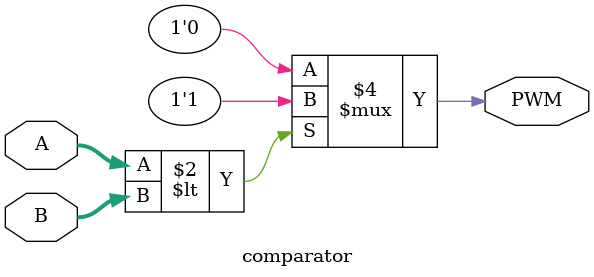
<source format=v>
`timescale 1ns / 1ps


module comparator (
	input [19:0] A,
	input [19:0] B,
	output reg PWM
);

    // Run when A or B change
	always @ (A,B)
	begin
	// If A is less than B
	// output is 1.
	if (A < B)
		begin
		PWM <= 1'b1;
		end
	// If A is greater than B
	// output is 0.
	else 
		begin
		PWM <= 1'b0;
		end
	end
endmodule
</source>
